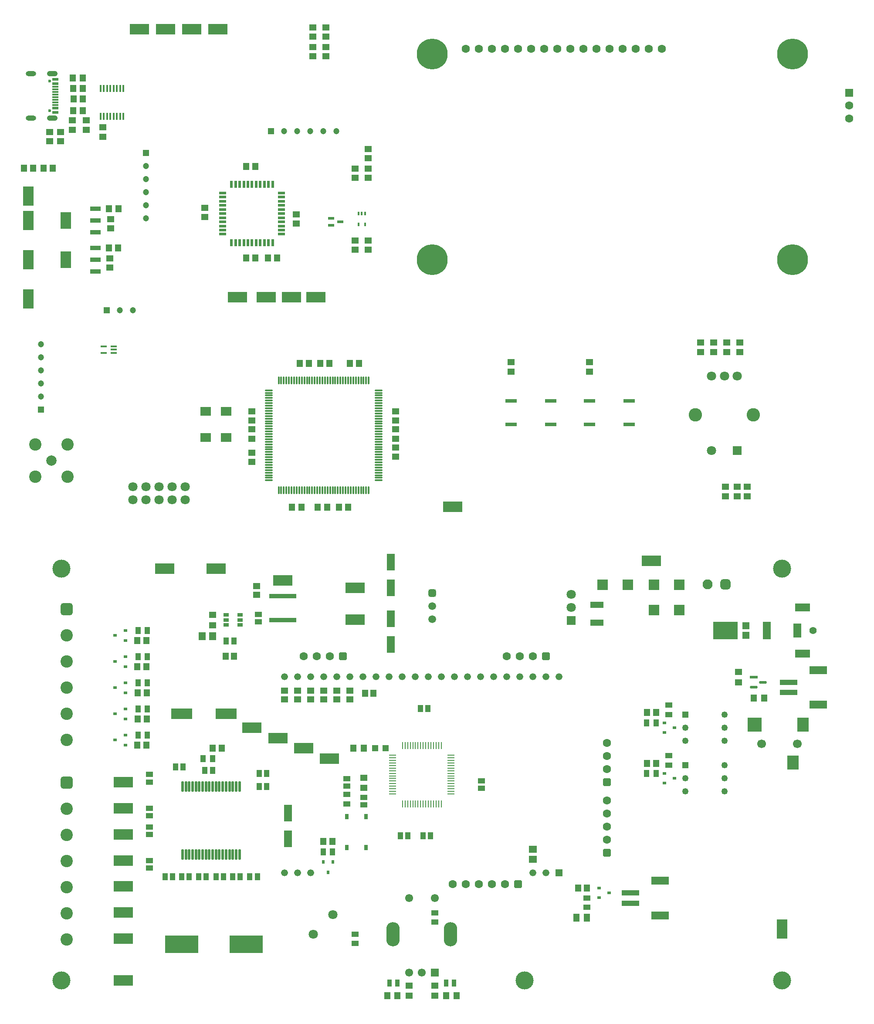
<source format=gbr>
%TF.GenerationSoftware,Altium Limited,Altium Designer,22.11.1 (43)*%
G04 Layer_Color=255*
%FSLAX43Y43*%
%MOMM*%
%TF.SameCoordinates,25A6F12C-B93B-4C7C-9F5B-633324915364*%
%TF.FilePolarity,Positive*%
%TF.FileFunction,Pads,Top*%
%TF.Part,CustomerPanel*%
G01*
G75*
%TA.AperFunction,SMDPad,CuDef*%
%ADD10R,0.355X0.795*%
G04:AMPARAMS|DCode=11|XSize=1.19mm|YSize=0.4mm|CornerRadius=0.05mm|HoleSize=0mm|Usage=FLASHONLY|Rotation=180.000|XOffset=0mm|YOffset=0mm|HoleType=Round|Shape=RoundedRectangle|*
%AMROUNDEDRECTD11*
21,1,1.190,0.300,0,0,180.0*
21,1,1.090,0.400,0,0,180.0*
1,1,0.100,-0.545,0.150*
1,1,0.100,0.545,0.150*
1,1,0.100,0.545,-0.150*
1,1,0.100,-0.545,-0.150*
%
%ADD11ROUNDEDRECTD11*%
%ADD12R,1.341X0.507*%
%ADD13R,0.507X1.341*%
%ADD14R,1.450X1.150*%
%ADD15R,1.150X1.450*%
%ADD16R,2.000X1.800*%
G04:AMPARAMS|DCode=17|XSize=0.28mm|YSize=1.47mm|CornerRadius=0.035mm|HoleSize=0mm|Usage=FLASHONLY|Rotation=0.000|XOffset=0mm|YOffset=0mm|HoleType=Round|Shape=RoundedRectangle|*
%AMROUNDEDRECTD17*
21,1,0.280,1.400,0,0,0.0*
21,1,0.210,1.470,0,0,0.0*
1,1,0.070,0.105,-0.700*
1,1,0.070,-0.105,-0.700*
1,1,0.070,-0.105,0.700*
1,1,0.070,0.105,0.700*
%
%ADD17ROUNDEDRECTD17*%
G04:AMPARAMS|DCode=18|XSize=1.47mm|YSize=0.28mm|CornerRadius=0.035mm|HoleSize=0mm|Usage=FLASHONLY|Rotation=0.000|XOffset=0mm|YOffset=0mm|HoleType=Round|Shape=RoundedRectangle|*
%AMROUNDEDRECTD18*
21,1,1.470,0.210,0,0,0.0*
21,1,1.400,0.280,0,0,0.0*
1,1,0.070,0.700,-0.105*
1,1,0.070,-0.700,-0.105*
1,1,0.070,-0.700,0.105*
1,1,0.070,0.700,0.105*
%
%ADD18ROUNDEDRECTD18*%
%ADD19R,2.199X0.771*%
%ADD20R,1.157X0.466*%
%ADD21R,2.150X0.950*%
%ADD22R,2.150X3.250*%
%ADD23R,0.355X1.455*%
%ADD24R,3.800X2.030*%
%ADD25R,2.030X3.800*%
%ADD26R,1.150X0.300*%
%ADD27R,1.150X0.600*%
%ADD28R,1.285X1.470*%
%ADD31R,1.450X1.200*%
%ADD32R,1.350X1.000*%
%ADD33R,2.000X2.000*%
%ADD34R,6.500X3.500*%
%ADD35R,1.055X1.356*%
%ADD36R,1.550X1.350*%
%ADD37R,1.356X1.055*%
%TA.AperFunction,SMDPad,SMDef*%
%ADD38R,5.300X0.900*%
%TA.AperFunction,SMDPad,CuDef*%
%ADD39R,4.100X2.000*%
%ADD40R,1.150X1.450*%
%ADD41R,1.200X1.450*%
%ADD42R,0.700X0.600*%
%ADD43R,3.400X1.500*%
%ADD44R,3.500X1.000*%
%ADD45R,2.200X2.800*%
%ADD46R,2.800X2.800*%
G04:AMPARAMS|DCode=47|XSize=1.524mm|YSize=0.578mm|CornerRadius=0.289mm|HoleSize=0mm|Usage=FLASHONLY|Rotation=0.000|XOffset=0mm|YOffset=0mm|HoleType=Round|Shape=RoundedRectangle|*
%AMROUNDEDRECTD47*
21,1,1.524,0.000,0,0,0.0*
21,1,0.946,0.578,0,0,0.0*
1,1,0.578,0.473,0.000*
1,1,0.578,-0.473,0.000*
1,1,0.578,-0.473,0.000*
1,1,0.578,0.473,0.000*
%
%ADD47ROUNDEDRECTD47*%
%ADD48R,1.524X0.578*%
%ADD49R,1.456X1.255*%
%ADD50R,0.950X1.350*%
%ADD51R,1.250X1.550*%
G04:AMPARAMS|DCode=52|XSize=1.99mm|YSize=0.48mm|CornerRadius=0.06mm|HoleSize=0mm|Usage=FLASHONLY|Rotation=270.000|XOffset=0mm|YOffset=0mm|HoleType=Round|Shape=RoundedRectangle|*
%AMROUNDEDRECTD52*
21,1,1.990,0.360,0,0,270.0*
21,1,1.870,0.480,0,0,270.0*
1,1,0.120,-0.180,-0.935*
1,1,0.120,-0.180,0.935*
1,1,0.120,0.180,0.935*
1,1,0.120,0.180,-0.935*
%
%ADD52ROUNDEDRECTD52*%
%ADD53R,2.500X1.250*%
%ADD54R,0.700X1.000*%
%ADD55R,0.600X0.700*%
%ADD56R,1.000X1.350*%
%ADD57R,4.860X3.360*%
%ADD58R,1.400X1.390*%
G04:AMPARAMS|DCode=59|XSize=1.1mm|YSize=0.6mm|CornerRadius=0.051mm|HoleSize=0mm|Usage=FLASHONLY|Rotation=0.000|XOffset=0mm|YOffset=0mm|HoleType=Round|Shape=RoundedRectangle|*
%AMROUNDEDRECTD59*
21,1,1.100,0.498,0,0,0.0*
21,1,0.998,0.600,0,0,0.0*
1,1,0.102,0.499,-0.249*
1,1,0.102,-0.499,-0.249*
1,1,0.102,-0.499,0.249*
1,1,0.102,0.499,0.249*
%
%ADD59ROUNDEDRECTD59*%
%ADD60R,1.200X1.200*%
%ADD61R,1.050X1.450*%
%ADD62R,1.450X1.050*%
%ADD63R,1.255X1.456*%
%ADD64R,1.600X3.200*%
%ADD65R,1.341X0.279*%
%ADD66R,0.279X1.341*%
%ADD67R,1.400X1.500*%
%TA.AperFunction,ComponentPad*%
%ADD73R,1.200X1.200*%
%ADD74C,1.200*%
%ADD75C,1.600*%
%ADD76C,6.000*%
%ADD77C,1.800*%
%ADD78C,0.600*%
%ADD79C,2.600*%
%ADD80R,1.800X1.800*%
%ADD81R,1.600X1.600*%
%ADD82R,1.200X1.200*%
%ADD83C,2.400*%
%ADD84C,2.000*%
%ADD85O,2.100X1.050*%
%ADD86O,2.000X1.000*%
G04:AMPARAMS|DCode=89|XSize=2.6mm|YSize=4.7mm|CornerRadius=1.3mm|HoleSize=0mm|Usage=FLASHONLY|Rotation=180.000|XOffset=0mm|YOffset=0mm|HoleType=Round|Shape=RoundedRectangle|*
%AMROUNDEDRECTD89*
21,1,2.600,2.100,0,0,180.0*
21,1,0.000,4.700,0,0,180.0*
1,1,2.600,0.000,1.050*
1,1,2.600,0.000,1.050*
1,1,2.600,0.000,-1.050*
1,1,2.600,0.000,-1.050*
%
%ADD89ROUNDEDRECTD89*%
%ADD90C,1.550*%
%ADD91R,1.550X1.550*%
%ADD92C,1.337*%
%ADD93R,1.337X1.337*%
%ADD94R,1.250X1.250*%
%ADD95C,1.250*%
%ADD96C,1.700*%
%ADD97R,3.000X1.500*%
%ADD98C,1.400*%
%ADD99R,1.500X3.500*%
%ADD100R,1.500X2.800*%
G04:AMPARAMS|DCode=101|XSize=2.4mm|YSize=2.4mm|CornerRadius=0.6mm|HoleSize=0mm|Usage=FLASHONLY|Rotation=270.000|XOffset=0mm|YOffset=0mm|HoleType=Round|Shape=RoundedRectangle|*
%AMROUNDEDRECTD101*
21,1,2.400,1.200,0,0,270.0*
21,1,1.200,2.400,0,0,270.0*
1,1,1.200,-0.600,-0.600*
1,1,1.200,-0.600,0.600*
1,1,1.200,0.600,0.600*
1,1,1.200,0.600,-0.600*
%
%ADD101ROUNDEDRECTD101*%
G04:AMPARAMS|DCode=102|XSize=1.6mm|YSize=1.6mm|CornerRadius=0.4mm|HoleSize=0mm|Usage=FLASHONLY|Rotation=180.000|XOffset=0mm|YOffset=0mm|HoleType=Round|Shape=RoundedRectangle|*
%AMROUNDEDRECTD102*
21,1,1.600,0.800,0,0,180.0*
21,1,0.800,1.600,0,0,180.0*
1,1,0.800,-0.400,0.400*
1,1,0.800,0.400,0.400*
1,1,0.800,0.400,-0.400*
1,1,0.800,-0.400,-0.400*
%
%ADD102ROUNDEDRECTD102*%
G04:AMPARAMS|DCode=103|XSize=1.5mm|YSize=1.5mm|CornerRadius=0.375mm|HoleSize=0mm|Usage=FLASHONLY|Rotation=270.000|XOffset=0mm|YOffset=0mm|HoleType=Round|Shape=RoundedRectangle|*
%AMROUNDEDRECTD103*
21,1,1.500,0.750,0,0,270.0*
21,1,0.750,1.500,0,0,270.0*
1,1,0.750,-0.375,-0.375*
1,1,0.750,-0.375,0.375*
1,1,0.750,0.375,0.375*
1,1,0.750,0.375,-0.375*
%
%ADD103ROUNDEDRECTD103*%
%ADD104C,1.500*%
%TA.AperFunction,ViaPad*%
%ADD105C,3.500*%
%TA.AperFunction,ComponentPad*%
%ADD106C,1.950*%
G04:AMPARAMS|DCode=107|XSize=1.95mm|YSize=1.95mm|CornerRadius=0.488mm|HoleSize=0mm|Usage=FLASHONLY|Rotation=180.000|XOffset=0mm|YOffset=0mm|HoleType=Round|Shape=RoundedRectangle|*
%AMROUNDEDRECTD107*
21,1,1.950,0.975,0,0,180.0*
21,1,0.975,1.950,0,0,180.0*
1,1,0.975,-0.488,0.488*
1,1,0.975,0.488,0.488*
1,1,0.975,0.488,-0.488*
1,1,0.975,-0.488,-0.488*
%
%ADD107ROUNDEDRECTD107*%
G04:AMPARAMS|DCode=108|XSize=1.6mm|YSize=1.6mm|CornerRadius=0.4mm|HoleSize=0mm|Usage=FLASHONLY|Rotation=90.000|XOffset=0mm|YOffset=0mm|HoleType=Round|Shape=RoundedRectangle|*
%AMROUNDEDRECTD108*
21,1,1.600,0.800,0,0,90.0*
21,1,0.800,1.600,0,0,90.0*
1,1,0.800,0.400,0.400*
1,1,0.800,0.400,-0.400*
1,1,0.800,-0.400,-0.400*
1,1,0.800,-0.400,0.400*
%
%ADD108ROUNDEDRECTD108*%
D10*
X74960Y161030D02*
D03*
X74310D02*
D03*
X73660D02*
D03*
Y158890D02*
D03*
X74960D02*
D03*
D11*
X24190Y133910D02*
D03*
Y135210D02*
D03*
X26110D02*
D03*
Y134560D02*
D03*
Y133910D02*
D03*
D12*
X47326Y157000D02*
D03*
Y157800D02*
D03*
Y158600D02*
D03*
Y159400D02*
D03*
Y160200D02*
D03*
Y161000D02*
D03*
Y161800D02*
D03*
Y162600D02*
D03*
Y163400D02*
D03*
Y164200D02*
D03*
Y165000D02*
D03*
X58674D02*
D03*
Y164200D02*
D03*
Y163400D02*
D03*
Y162600D02*
D03*
Y161800D02*
D03*
Y161000D02*
D03*
Y160200D02*
D03*
Y159400D02*
D03*
Y158600D02*
D03*
Y157800D02*
D03*
Y157000D02*
D03*
D13*
X49000Y166674D02*
D03*
X49800D02*
D03*
X50600D02*
D03*
X51400D02*
D03*
X52200D02*
D03*
X53000D02*
D03*
X53800D02*
D03*
X54600D02*
D03*
X55400D02*
D03*
X56200D02*
D03*
X57000D02*
D03*
Y155326D02*
D03*
X56200D02*
D03*
X55400D02*
D03*
X54600D02*
D03*
X53800D02*
D03*
X53000D02*
D03*
X52200D02*
D03*
X51400D02*
D03*
X50600D02*
D03*
X49800D02*
D03*
X49000D02*
D03*
D14*
X142730Y134120D02*
D03*
Y135920D02*
D03*
X67390Y193380D02*
D03*
Y191580D02*
D03*
X64850Y193380D02*
D03*
Y191580D02*
D03*
X73040Y167950D02*
D03*
Y169750D02*
D03*
X75580Y171760D02*
D03*
Y173560D02*
D03*
X140190Y134120D02*
D03*
Y135920D02*
D03*
X147810Y134120D02*
D03*
Y135920D02*
D03*
X145000Y106100D02*
D03*
Y107900D02*
D03*
X149250Y106100D02*
D03*
Y107900D02*
D03*
X147250Y106100D02*
D03*
Y107900D02*
D03*
X73040Y153980D02*
D03*
Y155780D02*
D03*
X118562Y132110D02*
D03*
Y130310D02*
D03*
X103322Y132110D02*
D03*
Y130310D02*
D03*
X13713Y175040D02*
D03*
Y176840D02*
D03*
X15749Y175040D02*
D03*
Y176840D02*
D03*
X67390Y195390D02*
D03*
Y197190D02*
D03*
X64850Y195390D02*
D03*
Y197190D02*
D03*
X75580Y153980D02*
D03*
Y155780D02*
D03*
X80920Y115570D02*
D03*
Y113770D02*
D03*
Y120770D02*
D03*
Y122570D02*
D03*
X52920Y120770D02*
D03*
Y122570D02*
D03*
Y112770D02*
D03*
Y114570D02*
D03*
Y119070D02*
D03*
Y117270D02*
D03*
X80920Y119070D02*
D03*
Y117270D02*
D03*
X43830Y162130D02*
D03*
Y160330D02*
D03*
X61610Y159060D02*
D03*
Y160860D02*
D03*
X75580Y167950D02*
D03*
Y169750D02*
D03*
X145270Y135920D02*
D03*
Y134120D02*
D03*
X25398Y150485D02*
D03*
Y152285D02*
D03*
X25530Y158105D02*
D03*
Y159905D02*
D03*
X20800Y177300D02*
D03*
Y179100D02*
D03*
X18100Y177300D02*
D03*
Y179100D02*
D03*
X24000Y177740D02*
D03*
Y175940D02*
D03*
D15*
X18277Y181007D02*
D03*
X20077D02*
D03*
X12450Y169800D02*
D03*
X14250D02*
D03*
X20092Y183262D02*
D03*
X18292D02*
D03*
X10440Y169800D02*
D03*
X8640D02*
D03*
X69870Y103920D02*
D03*
X71670D02*
D03*
X60770D02*
D03*
X62570D02*
D03*
X73820Y131920D02*
D03*
X72020D02*
D03*
X64070D02*
D03*
X62270D02*
D03*
X66270D02*
D03*
X68070D02*
D03*
X65770Y103920D02*
D03*
X67570D02*
D03*
X51820Y152340D02*
D03*
X53620D02*
D03*
X51820Y170120D02*
D03*
X53620D02*
D03*
X57900Y152340D02*
D03*
X56100D02*
D03*
X26950Y154320D02*
D03*
X25150D02*
D03*
X27014Y161940D02*
D03*
X25214D02*
D03*
X20070Y185294D02*
D03*
X18270D02*
D03*
D16*
X48000Y117460D02*
D03*
Y122540D02*
D03*
X44000D02*
D03*
Y117460D02*
D03*
D17*
X58170Y107250D02*
D03*
X58670D02*
D03*
X59170D02*
D03*
X59670D02*
D03*
X60170D02*
D03*
X60670D02*
D03*
X61170D02*
D03*
X61670D02*
D03*
X62170D02*
D03*
X62670D02*
D03*
X63170D02*
D03*
X63670D02*
D03*
X64170D02*
D03*
X64670D02*
D03*
X65170D02*
D03*
X65670D02*
D03*
X66170D02*
D03*
X66670D02*
D03*
X67170D02*
D03*
X67670D02*
D03*
X68170D02*
D03*
X68670D02*
D03*
X69170D02*
D03*
X69670D02*
D03*
X70170D02*
D03*
X70670D02*
D03*
X71170D02*
D03*
X71670D02*
D03*
X72170D02*
D03*
X72670D02*
D03*
X73170D02*
D03*
X73670D02*
D03*
X74170D02*
D03*
X74670D02*
D03*
X75170D02*
D03*
X75670D02*
D03*
Y128590D02*
D03*
X75170D02*
D03*
X74670D02*
D03*
X74170D02*
D03*
X73670D02*
D03*
X73170D02*
D03*
X72670D02*
D03*
X72170D02*
D03*
X71670D02*
D03*
X71170D02*
D03*
X70670D02*
D03*
X70170D02*
D03*
X69670D02*
D03*
X69170D02*
D03*
X68670D02*
D03*
X68170D02*
D03*
X67670D02*
D03*
X67170D02*
D03*
X66670D02*
D03*
X66170D02*
D03*
X65670D02*
D03*
X65170D02*
D03*
X64670D02*
D03*
X64170D02*
D03*
X63670D02*
D03*
X63170D02*
D03*
X62670D02*
D03*
X62170D02*
D03*
X61670D02*
D03*
X61170D02*
D03*
X60670D02*
D03*
X60170D02*
D03*
X59670D02*
D03*
X59170D02*
D03*
X58670D02*
D03*
X58170D02*
D03*
D18*
X56250Y126670D02*
D03*
Y126170D02*
D03*
Y125670D02*
D03*
Y125170D02*
D03*
Y124670D02*
D03*
Y124170D02*
D03*
Y123670D02*
D03*
Y123170D02*
D03*
Y122670D02*
D03*
Y122170D02*
D03*
Y121670D02*
D03*
Y121170D02*
D03*
Y120670D02*
D03*
Y120170D02*
D03*
Y119670D02*
D03*
Y119170D02*
D03*
Y118670D02*
D03*
Y118170D02*
D03*
Y117670D02*
D03*
Y117170D02*
D03*
Y116670D02*
D03*
Y116170D02*
D03*
Y115670D02*
D03*
Y115170D02*
D03*
Y114670D02*
D03*
Y114170D02*
D03*
Y113670D02*
D03*
Y113170D02*
D03*
Y112670D02*
D03*
Y112170D02*
D03*
Y111670D02*
D03*
Y111170D02*
D03*
Y110670D02*
D03*
Y110170D02*
D03*
Y109670D02*
D03*
Y109170D02*
D03*
X77590D02*
D03*
Y109670D02*
D03*
Y110170D02*
D03*
Y110670D02*
D03*
Y111170D02*
D03*
Y111670D02*
D03*
Y112170D02*
D03*
Y112670D02*
D03*
Y113170D02*
D03*
Y113670D02*
D03*
Y114170D02*
D03*
Y114670D02*
D03*
Y115170D02*
D03*
Y115670D02*
D03*
Y116170D02*
D03*
Y116670D02*
D03*
Y117170D02*
D03*
Y117670D02*
D03*
Y118170D02*
D03*
Y118670D02*
D03*
Y119170D02*
D03*
Y119670D02*
D03*
Y120170D02*
D03*
Y120670D02*
D03*
Y121170D02*
D03*
Y121670D02*
D03*
Y122170D02*
D03*
Y122670D02*
D03*
Y123170D02*
D03*
Y123670D02*
D03*
Y124170D02*
D03*
Y124670D02*
D03*
Y125170D02*
D03*
Y125670D02*
D03*
Y126170D02*
D03*
Y126670D02*
D03*
D19*
X118562Y124570D02*
D03*
Y120070D02*
D03*
X126258D02*
D03*
Y124570D02*
D03*
X103322D02*
D03*
Y120070D02*
D03*
X111018D02*
D03*
Y124570D02*
D03*
D20*
X70106Y159400D02*
D03*
X68354Y158750D02*
D03*
Y160050D02*
D03*
D21*
X22600Y149720D02*
D03*
Y152020D02*
D03*
Y154320D02*
D03*
Y157340D02*
D03*
Y159640D02*
D03*
Y161940D02*
D03*
D22*
X16800Y152020D02*
D03*
Y159640D02*
D03*
D23*
X28019Y179870D02*
D03*
X27384D02*
D03*
X26749D02*
D03*
X26114D02*
D03*
X25479D02*
D03*
X24844D02*
D03*
X24209D02*
D03*
X23574D02*
D03*
Y185313D02*
D03*
X24209D02*
D03*
X24844D02*
D03*
X25479D02*
D03*
X26114D02*
D03*
X26749D02*
D03*
X27384D02*
D03*
X28019D02*
D03*
D24*
X65420Y144720D02*
D03*
X60670Y144720D02*
D03*
X55750D02*
D03*
X50180Y144720D02*
D03*
X92000Y104000D02*
D03*
X31130Y196790D02*
D03*
X41290D02*
D03*
X46370Y196790D02*
D03*
X36210D02*
D03*
X28000Y12000D02*
D03*
X130600Y93500D02*
D03*
X59000Y89699D02*
D03*
X46000Y92000D02*
D03*
X73000Y82079D02*
D03*
X36000Y92000D02*
D03*
X73000Y88300D02*
D03*
X28000Y50560D02*
D03*
Y40400D02*
D03*
Y45480D02*
D03*
Y35320D02*
D03*
X68000Y55100D02*
D03*
X63000Y57100D02*
D03*
X58000Y59100D02*
D03*
X53000Y61100D02*
D03*
X28000Y20120D02*
D03*
Y25200D02*
D03*
Y30280D02*
D03*
D25*
X9540Y152020D02*
D03*
Y144400D02*
D03*
Y159640D02*
D03*
Y164405D02*
D03*
X156000Y22000D02*
D03*
D26*
X14755Y185615D02*
D03*
Y185115D02*
D03*
Y184615D02*
D03*
Y182115D02*
D03*
Y182615D02*
D03*
Y183115D02*
D03*
Y184115D02*
D03*
Y183615D02*
D03*
D27*
Y181465D02*
D03*
Y186265D02*
D03*
Y180665D02*
D03*
Y187065D02*
D03*
D28*
X18197Y187326D02*
D03*
X20143D02*
D03*
D31*
X45300Y81002D02*
D03*
Y83002D02*
D03*
X88500Y11000D02*
D03*
Y9000D02*
D03*
X83500Y11000D02*
D03*
Y9000D02*
D03*
X74700Y51400D02*
D03*
Y49400D02*
D03*
X147500Y69950D02*
D03*
Y71950D02*
D03*
D32*
X88500Y25127D02*
D03*
Y23327D02*
D03*
X73000Y21000D02*
D03*
Y19200D02*
D03*
X118100Y28000D02*
D03*
Y26200D02*
D03*
X71425Y46326D02*
D03*
Y48126D02*
D03*
D33*
X121125Y88840D02*
D03*
X126000D02*
D03*
X131125D02*
D03*
X136000D02*
D03*
X131125Y84000D02*
D03*
X136000D02*
D03*
D34*
X51848Y19000D02*
D03*
X39348D02*
D03*
D35*
X87202Y64800D02*
D03*
X85750D02*
D03*
X83250Y40100D02*
D03*
X81798D02*
D03*
X86248D02*
D03*
X87700D02*
D03*
X54400Y52190D02*
D03*
X55852D02*
D03*
X54400Y49700D02*
D03*
X55852D02*
D03*
X36100Y32150D02*
D03*
X37552D02*
D03*
X54026D02*
D03*
X52574D02*
D03*
X49250D02*
D03*
X50702D02*
D03*
X49452Y78000D02*
D03*
X48000D02*
D03*
X39564Y53500D02*
D03*
X38112D02*
D03*
X43848Y52800D02*
D03*
X45300D02*
D03*
X44050Y32150D02*
D03*
X42598D02*
D03*
X46000D02*
D03*
X47452D02*
D03*
X40800D02*
D03*
X39348D02*
D03*
D36*
X107590Y37450D02*
D03*
Y35500D02*
D03*
D37*
X97600Y49320D02*
D03*
Y50772D02*
D03*
X54200Y81674D02*
D03*
Y83126D02*
D03*
X71425Y49750D02*
D03*
Y51201D02*
D03*
X33075Y35320D02*
D03*
Y33868D02*
D03*
Y45480D02*
D03*
Y44028D02*
D03*
Y50560D02*
D03*
Y52012D02*
D03*
Y40348D02*
D03*
Y41800D02*
D03*
X74700Y47600D02*
D03*
Y46148D02*
D03*
D38*
X59000Y86652D02*
D03*
Y82052D02*
D03*
D39*
X48000Y63780D02*
D03*
X39300D02*
D03*
D40*
X47100Y57100D02*
D03*
X45350D02*
D03*
X116350Y29950D02*
D03*
X118100D02*
D03*
X66885Y39000D02*
D03*
X68635D02*
D03*
X131500Y64100D02*
D03*
X129750D02*
D03*
X131500Y54200D02*
D03*
X129750D02*
D03*
X30725Y78070D02*
D03*
X32475D02*
D03*
X30725Y72990D02*
D03*
X32475D02*
D03*
X30775Y67910D02*
D03*
X32525D02*
D03*
X30725Y57750D02*
D03*
X32475D02*
D03*
X30775Y62830D02*
D03*
X32525D02*
D03*
D41*
X79250Y9000D02*
D03*
X81250D02*
D03*
X92750D02*
D03*
X90750D02*
D03*
X72700Y57100D02*
D03*
X74700D02*
D03*
X150500Y66900D02*
D03*
X152500D02*
D03*
D42*
X122400Y29000D02*
D03*
X120400Y28050D02*
D03*
Y29950D02*
D03*
X133100Y52250D02*
D03*
Y50350D02*
D03*
X135100Y51300D02*
D03*
X133100Y62050D02*
D03*
Y60150D02*
D03*
X135100Y61100D02*
D03*
X26400Y68860D02*
D03*
X28400Y69810D02*
D03*
Y67910D02*
D03*
X26400Y73940D02*
D03*
X28400Y74890D02*
D03*
Y72990D02*
D03*
X26400Y79020D02*
D03*
X28400Y79970D02*
D03*
Y78070D02*
D03*
Y57750D02*
D03*
Y59650D02*
D03*
X26400Y58700D02*
D03*
X28400Y62830D02*
D03*
Y64730D02*
D03*
X26400Y63780D02*
D03*
D43*
X132300Y31350D02*
D03*
Y24650D02*
D03*
X163025Y65600D02*
D03*
Y72300D02*
D03*
D44*
X126550Y29000D02*
D03*
Y27000D02*
D03*
X157275Y67950D02*
D03*
Y69950D02*
D03*
D45*
X158100Y54300D02*
D03*
X160100Y61700D02*
D03*
D46*
X150700D02*
D03*
D47*
X152300Y69950D02*
D03*
X150480Y69000D02*
D03*
D48*
Y70900D02*
D03*
D49*
X53882Y88626D02*
D03*
Y86974D02*
D03*
X72030Y68277D02*
D03*
Y66625D02*
D03*
X69490Y68277D02*
D03*
Y66625D02*
D03*
X66950Y68277D02*
D03*
Y66625D02*
D03*
X64410Y68277D02*
D03*
Y66625D02*
D03*
X61870Y68277D02*
D03*
Y66625D02*
D03*
X59330Y68277D02*
D03*
Y66625D02*
D03*
D50*
X92250Y11500D02*
D03*
X90750D02*
D03*
X79750D02*
D03*
X81250D02*
D03*
D51*
X118100Y24200D02*
D03*
X116050D02*
D03*
D52*
X50550Y36480D02*
D03*
X49900D02*
D03*
X49250D02*
D03*
X48600D02*
D03*
X47950D02*
D03*
X47300D02*
D03*
X46650D02*
D03*
X46000D02*
D03*
X45350D02*
D03*
X44700D02*
D03*
X44050D02*
D03*
X43400D02*
D03*
X42750D02*
D03*
X42100D02*
D03*
X41450D02*
D03*
X40800D02*
D03*
X40150D02*
D03*
X39500D02*
D03*
Y49700D02*
D03*
X40150D02*
D03*
X40800D02*
D03*
X41450D02*
D03*
X42100D02*
D03*
X42750D02*
D03*
X43400D02*
D03*
X44050D02*
D03*
X44700D02*
D03*
X45350D02*
D03*
X46000D02*
D03*
X46650D02*
D03*
X47300D02*
D03*
X47950D02*
D03*
X48600D02*
D03*
X49250D02*
D03*
X49900D02*
D03*
X50550D02*
D03*
D53*
X120000Y84950D02*
D03*
Y81550D02*
D03*
D54*
X71425Y37800D02*
D03*
Y43800D02*
D03*
X75125Y37800D02*
D03*
Y43800D02*
D03*
D55*
X67760Y33021D02*
D03*
X66810Y35021D02*
D03*
X68710D02*
D03*
D56*
X68660Y37000D02*
D03*
X66860D02*
D03*
X129700Y62050D02*
D03*
X131500D02*
D03*
X129700Y52250D02*
D03*
X131500D02*
D03*
X32625Y59650D02*
D03*
X30825D02*
D03*
X32625Y64730D02*
D03*
X30825D02*
D03*
X32675Y69810D02*
D03*
X30875D02*
D03*
X32675Y74890D02*
D03*
X30875D02*
D03*
X32675Y79970D02*
D03*
X30875D02*
D03*
D57*
X145000Y80000D02*
D03*
D58*
X148982Y80918D02*
D03*
X148982Y79082D02*
D03*
D59*
X50700Y83002D02*
D03*
Y82052D02*
D03*
Y81102D02*
D03*
X48000D02*
D03*
Y82052D02*
D03*
Y83002D02*
D03*
D60*
X78991Y57100D02*
D03*
X76891D02*
D03*
D61*
X43500Y55100D02*
D03*
X45350D02*
D03*
D62*
X134000Y53840D02*
D03*
Y55690D02*
D03*
Y65490D02*
D03*
Y63640D02*
D03*
D63*
X76600Y67823D02*
D03*
X74948D02*
D03*
X49500Y75000D02*
D03*
X47848D02*
D03*
D64*
X80000Y88300D02*
D03*
Y93300D02*
D03*
Y82300D02*
D03*
Y77300D02*
D03*
X59960Y39498D02*
D03*
Y44498D02*
D03*
D65*
X80326Y55750D02*
D03*
Y55250D02*
D03*
Y54750D02*
D03*
Y54250D02*
D03*
Y53750D02*
D03*
Y53250D02*
D03*
Y52750D02*
D03*
Y52250D02*
D03*
Y51750D02*
D03*
Y51250D02*
D03*
Y50750D02*
D03*
Y50250D02*
D03*
Y49750D02*
D03*
Y49250D02*
D03*
Y48750D02*
D03*
Y48250D02*
D03*
X91674D02*
D03*
Y48750D02*
D03*
Y49250D02*
D03*
Y49750D02*
D03*
Y50250D02*
D03*
Y50750D02*
D03*
Y51250D02*
D03*
Y51750D02*
D03*
Y52250D02*
D03*
Y52750D02*
D03*
Y53250D02*
D03*
Y53750D02*
D03*
Y54250D02*
D03*
Y54750D02*
D03*
Y55250D02*
D03*
Y55750D02*
D03*
D66*
X82250Y46326D02*
D03*
X82750D02*
D03*
X83250D02*
D03*
X83750D02*
D03*
X84250D02*
D03*
X84750D02*
D03*
X85250D02*
D03*
X85750D02*
D03*
X86250D02*
D03*
X86750D02*
D03*
X87250D02*
D03*
X87750D02*
D03*
X88250D02*
D03*
X88750D02*
D03*
X89250D02*
D03*
X89750D02*
D03*
Y57674D02*
D03*
X89250D02*
D03*
X88750D02*
D03*
X88250D02*
D03*
X87750D02*
D03*
X87250D02*
D03*
X86750D02*
D03*
X86250D02*
D03*
X85750D02*
D03*
X85250D02*
D03*
X84750D02*
D03*
X84250D02*
D03*
X83750D02*
D03*
X83250D02*
D03*
X82750D02*
D03*
X82250D02*
D03*
D67*
X45300Y78900D02*
D03*
X43300D02*
D03*
D73*
X24780Y142180D02*
D03*
X56650Y177000D02*
D03*
D74*
X27320Y142180D02*
D03*
X29860D02*
D03*
X12000Y135620D02*
D03*
Y133080D02*
D03*
Y130540D02*
D03*
Y128000D02*
D03*
Y125460D02*
D03*
X32400Y160060D02*
D03*
Y162600D02*
D03*
Y165140D02*
D03*
Y167680D02*
D03*
Y170220D02*
D03*
X69350Y177000D02*
D03*
X66810D02*
D03*
X64270D02*
D03*
X61730D02*
D03*
X59190D02*
D03*
D75*
X94520Y193000D02*
D03*
X97060D02*
D03*
X99600D02*
D03*
X102140D02*
D03*
X104680D02*
D03*
X107220D02*
D03*
X109760D02*
D03*
X112300D02*
D03*
X114840D02*
D03*
X117380D02*
D03*
X119920D02*
D03*
X122460D02*
D03*
X125000D02*
D03*
X127540D02*
D03*
X130080D02*
D03*
X132620D02*
D03*
X169000Y182000D02*
D03*
Y179500D02*
D03*
X68080Y75000D02*
D03*
X65540D02*
D03*
X63000D02*
D03*
X107590D02*
D03*
X105050D02*
D03*
X102510D02*
D03*
X92000Y30700D02*
D03*
X94540D02*
D03*
X99620D02*
D03*
X102160D02*
D03*
X97080D02*
D03*
X122000Y41920D02*
D03*
Y39380D02*
D03*
Y44460D02*
D03*
Y47000D02*
D03*
Y58120D02*
D03*
Y55580D02*
D03*
Y53040D02*
D03*
D76*
X88020Y192000D02*
D03*
Y152000D02*
D03*
X158020D02*
D03*
Y192000D02*
D03*
D77*
X40020Y107890D02*
D03*
Y105350D02*
D03*
X37480Y107890D02*
D03*
Y105350D02*
D03*
X34940D02*
D03*
Y107890D02*
D03*
X32400Y105350D02*
D03*
Y107890D02*
D03*
X29860Y105350D02*
D03*
Y107890D02*
D03*
X142290Y114920D02*
D03*
X147290Y129420D02*
D03*
X144790D02*
D03*
X142290D02*
D03*
X64900Y21000D02*
D03*
X68710Y24810D02*
D03*
X115000Y84460D02*
D03*
Y87000D02*
D03*
D78*
X13680Y186755D02*
D03*
Y180975D02*
D03*
D79*
X150390Y121920D02*
D03*
X139190D02*
D03*
D80*
X147290Y114920D02*
D03*
X115000Y81920D02*
D03*
D81*
X169000Y184500D02*
D03*
D82*
X12000Y122920D02*
D03*
X32400Y172760D02*
D03*
D83*
X10850Y116150D02*
D03*
Y109850D02*
D03*
X17150D02*
D03*
Y116150D02*
D03*
X17000Y20000D02*
D03*
Y25080D02*
D03*
Y35240D02*
D03*
Y45400D02*
D03*
Y40320D02*
D03*
Y30160D02*
D03*
X17000Y58700D02*
D03*
Y63780D02*
D03*
Y73940D02*
D03*
Y79020D02*
D03*
Y68860D02*
D03*
D84*
X14000Y113000D02*
D03*
D85*
X14180Y179545D02*
D03*
Y188185D02*
D03*
D86*
X10000Y179545D02*
D03*
Y188185D02*
D03*
D89*
X80400Y21000D02*
D03*
X91600D02*
D03*
D90*
X83500Y13500D02*
D03*
X86000D02*
D03*
X83500Y28000D02*
D03*
X88500D02*
D03*
D91*
Y13500D02*
D03*
D92*
X59330Y32950D02*
D03*
X64410D02*
D03*
X61870D02*
D03*
X72030Y71050D02*
D03*
X82190D02*
D03*
X79650D02*
D03*
X77110D02*
D03*
X74570D02*
D03*
X69490D02*
D03*
X66950D02*
D03*
X64410D02*
D03*
X61870D02*
D03*
X59330D02*
D03*
X110130Y32950D02*
D03*
X107590D02*
D03*
X84730Y71050D02*
D03*
X112670D02*
D03*
X99970D02*
D03*
X94890D02*
D03*
X92350D02*
D03*
X89810D02*
D03*
X87270D02*
D03*
X102510D02*
D03*
X105050D02*
D03*
X107590D02*
D03*
X97430D02*
D03*
X110130D02*
D03*
D93*
X112670Y32950D02*
D03*
D94*
X137190Y63640D02*
D03*
Y53840D02*
D03*
D95*
Y61100D02*
D03*
Y58560D02*
D03*
X144810D02*
D03*
Y61100D02*
D03*
Y63640D02*
D03*
X137190Y51300D02*
D03*
Y48760D02*
D03*
X144810D02*
D03*
Y51300D02*
D03*
Y53840D02*
D03*
D96*
X159000Y58000D02*
D03*
X152000D02*
D03*
D97*
X160000Y75500D02*
D03*
Y84500D02*
D03*
D98*
X162000Y80000D02*
D03*
D99*
X153000D02*
D03*
D100*
X159000D02*
D03*
D101*
X17000Y50480D02*
D03*
X17000Y84100D02*
D03*
D102*
X70620Y75000D02*
D03*
X110130D02*
D03*
X104700Y30700D02*
D03*
D103*
X88000Y87300D02*
D03*
D104*
Y84760D02*
D03*
Y82220D02*
D03*
D105*
X106000Y12000D02*
D03*
X16000Y92000D02*
D03*
X156000D02*
D03*
X16000Y12000D02*
D03*
X156000D02*
D03*
D106*
X141500Y89000D02*
D03*
D107*
X145000D02*
D03*
D108*
X122000Y36840D02*
D03*
Y50500D02*
D03*
%TF.MD5,d2c638b3769b27bdf0bf8d8eb84d271f*%
M02*

</source>
